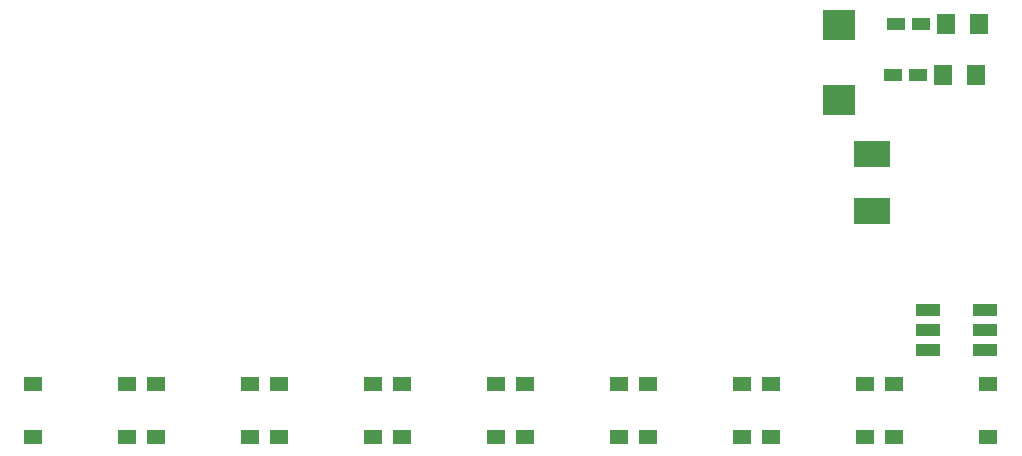
<source format=gtp>
G75*
%MOIN*%
%OFA0B0*%
%FSLAX24Y24*%
%IPPOS*%
%LPD*%
%AMOC8*
5,1,8,0,0,1.08239X$1,22.5*
%
%ADD10R,0.0610X0.0512*%
%ADD11R,0.0787X0.0433*%
%ADD12R,0.0630X0.0710*%
%ADD13R,0.0591X0.0394*%
%ADD14R,0.1063X0.1004*%
%ADD15R,0.1200X0.0900*%
D10*
X002278Y002754D03*
X002278Y004526D03*
X005408Y004526D03*
X006378Y004526D03*
X006378Y002754D03*
X005408Y002754D03*
X009508Y002754D03*
X010478Y002754D03*
X010478Y004526D03*
X009508Y004526D03*
X013608Y004526D03*
X014578Y004526D03*
X014578Y002754D03*
X013608Y002754D03*
X017708Y002754D03*
X018678Y002754D03*
X018678Y004526D03*
X017708Y004526D03*
X021808Y004526D03*
X022778Y004526D03*
X022778Y002754D03*
X021808Y002754D03*
X025908Y002754D03*
X026878Y002754D03*
X026878Y004526D03*
X025908Y004526D03*
X030008Y004526D03*
X030978Y004526D03*
X034108Y004526D03*
X034108Y002754D03*
X030978Y002754D03*
X030008Y002754D03*
D11*
X032098Y005671D03*
X032098Y006340D03*
X032098Y007009D03*
X033988Y007009D03*
X033988Y006340D03*
X033988Y005671D03*
D12*
X033703Y014840D03*
X032583Y014840D03*
X032683Y016540D03*
X033803Y016540D03*
D13*
X031858Y016540D03*
X031029Y016540D03*
X030929Y014840D03*
X031758Y014840D03*
D14*
X029143Y013992D03*
X029143Y016488D03*
D15*
X030243Y012190D03*
X030243Y010290D03*
M02*

</source>
